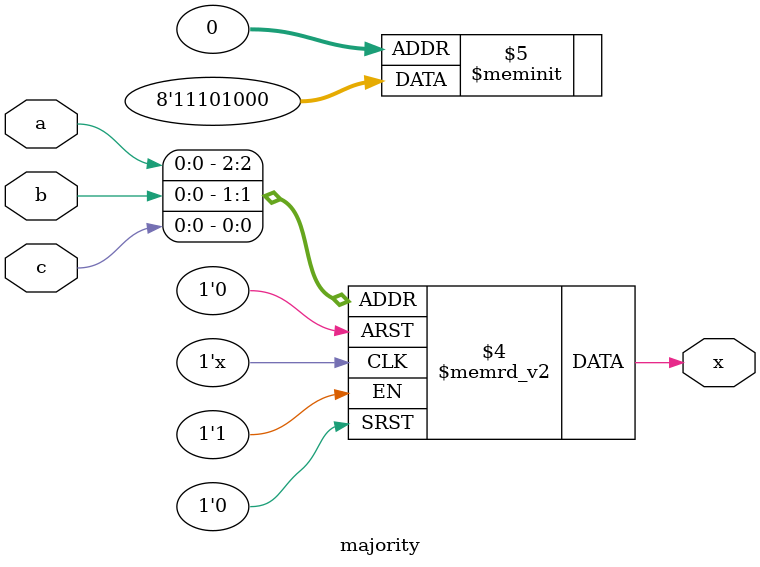
<source format=sv>
`timescale 1ns/100ps
module majority(
    input a,
    input b,
    input c,
    output reg x);
  
  always @ * 
    case ({a,b,c})
      3'b000 : x = 0;
      3'b001 : x = 0;
      3'b010 : x = 0;
      3'b011 : x = 1;
      3'b100 : x = 0;
      3'b101 : x = 1;
      3'b110 : x = 1;
      3'b111 : x = 1;
    endcase
endmodule

</source>
